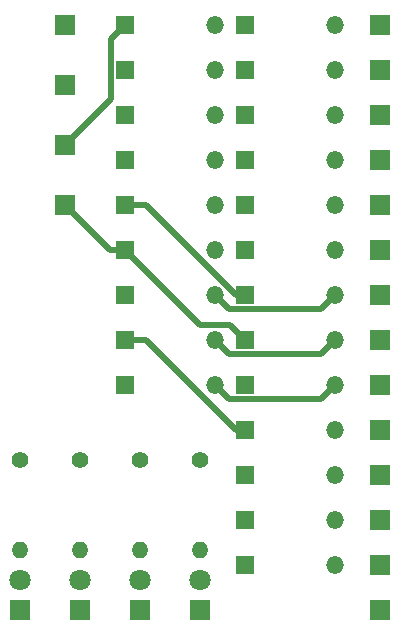
<source format=gbr>
%TF.GenerationSoftware,KiCad,Pcbnew,7.0.8*%
%TF.CreationDate,2023-10-14T14:00:05-07:00*%
%TF.ProjectId,alu_control,616c755f-636f-46e7-9472-6f6c2e6b6963,rev?*%
%TF.SameCoordinates,Original*%
%TF.FileFunction,Copper,L2,Bot*%
%TF.FilePolarity,Positive*%
%FSLAX46Y46*%
G04 Gerber Fmt 4.6, Leading zero omitted, Abs format (unit mm)*
G04 Created by KiCad (PCBNEW 7.0.8) date 2023-10-14 14:00:05*
%MOMM*%
%LPD*%
G01*
G04 APERTURE LIST*
%TA.AperFunction,ComponentPad*%
%ADD10R,1.500000X1.500000*%
%TD*%
%TA.AperFunction,ComponentPad*%
%ADD11O,1.500000X1.500000*%
%TD*%
%TA.AperFunction,ComponentPad*%
%ADD12R,1.700000X1.700000*%
%TD*%
%TA.AperFunction,ComponentPad*%
%ADD13C,1.400000*%
%TD*%
%TA.AperFunction,ComponentPad*%
%ADD14O,1.400000X1.400000*%
%TD*%
%TA.AperFunction,ComponentPad*%
%ADD15R,1.800000X1.800000*%
%TD*%
%TA.AperFunction,ComponentPad*%
%ADD16C,1.800000*%
%TD*%
%TA.AperFunction,Conductor*%
%ADD17C,0.500000*%
%TD*%
G04 APERTURE END LIST*
D10*
%TO.P,D16,1,K*%
%TO.N,Net-(D11-K)*%
X34925000Y-51435000D03*
D11*
%TO.P,D16,2,A*%
%TO.N,Net-(D16-A)*%
X42545000Y-51435000D03*
%TD*%
D10*
%TO.P,D22,1,K*%
%TO.N,Net-(D10-K)*%
X45085000Y-62865000D03*
D11*
%TO.P,D22,2,A*%
%TO.N,Net-(D22-A)*%
X52705000Y-62865000D03*
%TD*%
D12*
%TO.P,STO,1,Pin_1*%
%TO.N,Net-(D2-A)*%
X56515000Y-40005000D03*
%TD*%
D10*
%TO.P,D19,1,K*%
%TO.N,Net-(D13-K)*%
X45085000Y-55245000D03*
D11*
%TO.P,D19,2,A*%
%TO.N,Net-(D18-A)*%
X52705000Y-55245000D03*
%TD*%
D10*
%TO.P,D4,1,K*%
%TO.N,Net-(D1-K)*%
X45085000Y-47625000D03*
D11*
%TO.P,D4,2,A*%
%TO.N,Net-(D4-A)*%
X52705000Y-47625000D03*
%TD*%
D10*
%TO.P,D11,1,K*%
%TO.N,Net-(D11-K)*%
X34925000Y-40005000D03*
D11*
%TO.P,D11,2,A*%
%TO.N,Net-(D10-A)*%
X42545000Y-40005000D03*
%TD*%
D10*
%TO.P,D17,1,K*%
%TO.N,Net-(D12-K)*%
X45085000Y-51435000D03*
D11*
%TO.P,D17,2,A*%
%TO.N,Net-(D16-A)*%
X52705000Y-51435000D03*
%TD*%
D13*
%TO.P,1K,1*%
%TO.N,Net-(D12-K)*%
X36195000Y-65405000D03*
D14*
%TO.P,1K,2*%
%TO.N,Net-(D25-A)*%
X36195000Y-73025000D03*
%TD*%
D12*
%TO.P,NOP,1,Pin_1*%
%TO.N,Net-(D1-A)*%
X56515000Y-28575000D03*
%TD*%
%TO.P,GND,1,Pin_1*%
%TO.N,GND*%
X56515000Y-78105000D03*
%TD*%
%TO.P,01_BAR,1,Pin_1*%
%TO.N,Net-(D11-K)*%
X29845000Y-33655000D03*
%TD*%
D10*
%TO.P,D5,1,K*%
%TO.N,Net-(D1-K)*%
X45085000Y-66675000D03*
D11*
%TO.P,D5,2,A*%
%TO.N,Net-(D5-A)*%
X52705000Y-66675000D03*
%TD*%
D10*
%TO.P,D7,1,K*%
%TO.N,Net-(D1-K)*%
X45085000Y-74295000D03*
D11*
%TO.P,D7,2,A*%
%TO.N,Net-(D7-A)*%
X52705000Y-74295000D03*
%TD*%
D10*
%TO.P,D9,1,K*%
%TO.N,Net-(D12-K)*%
X34920000Y-28575000D03*
D11*
%TO.P,D9,2,A*%
%TO.N,Net-(D1-K)*%
X42540000Y-28575000D03*
%TD*%
D13*
%TO.P,1K,1*%
%TO.N,Net-(D10-K)*%
X26035000Y-65405000D03*
D14*
%TO.P,1K,2*%
%TO.N,Net-(D23-A)*%
X26035000Y-73025000D03*
%TD*%
D10*
%TO.P,D21,1,K*%
%TO.N,Net-(D12-K)*%
X34925000Y-59055000D03*
D11*
%TO.P,D21,2,A*%
%TO.N,Net-(AND1-Pin_1)*%
X42545000Y-59055000D03*
%TD*%
D12*
%TO.P,LD,1,Pin_1*%
%TO.N,Net-(D14-A)*%
X56515000Y-32385000D03*
%TD*%
%TO.P,00_BAR,1,Pin_1*%
%TO.N,Net-(D10-K)*%
X29845000Y-28575000D03*
%TD*%
%TO.P,OR,1,Pin_1*%
%TO.N,Net-(D22-A)*%
X56515000Y-62865000D03*
%TD*%
%TO.P,LDC,1,Pin_1*%
%TO.N,Net-(D15-A)*%
X56515000Y-36195000D03*
%TD*%
D10*
%TO.P,D13,1,K*%
%TO.N,Net-(D13-K)*%
X34925000Y-47625000D03*
D11*
%TO.P,D13,2,A*%
%TO.N,Net-(D12-A)*%
X42545000Y-47625000D03*
%TD*%
D10*
%TO.P,D12,1,K*%
%TO.N,Net-(D12-K)*%
X34920000Y-43815000D03*
D11*
%TO.P,D12,2,A*%
%TO.N,Net-(D12-A)*%
X42540000Y-43815000D03*
%TD*%
D10*
%TO.P,D8,1,K*%
%TO.N,Net-(D10-K)*%
X34925000Y-32385000D03*
D11*
%TO.P,D8,2,A*%
%TO.N,Net-(D1-K)*%
X42545000Y-32385000D03*
%TD*%
D10*
%TO.P,D20,1,K*%
%TO.N,Net-(D10-A)*%
X45085000Y-59055000D03*
D11*
%TO.P,D20,2,A*%
%TO.N,Net-(AND1-Pin_1)*%
X52705000Y-59055000D03*
%TD*%
D12*
%TO.P,XOR,1,Pin_1*%
%TO.N,Net-(D18-A)*%
X56515000Y-55245000D03*
%TD*%
D10*
%TO.P,D14,1,K*%
%TO.N,Net-(D10-A)*%
X45085000Y-32385000D03*
D11*
%TO.P,D14,2,A*%
%TO.N,Net-(D14-A)*%
X52705000Y-32385000D03*
%TD*%
D12*
%TO.P,JMP,1,Pin_1*%
%TO.N,Net-(D5-A)*%
X56515000Y-66675000D03*
%TD*%
D10*
%TO.P,D3,1,K*%
%TO.N,Net-(D1-K)*%
X45085000Y-43815000D03*
D11*
%TO.P,D3,2,A*%
%TO.N,Net-(D3-A)*%
X52705000Y-43815000D03*
%TD*%
D12*
%TO.P,10_BAR,1,Pin_1*%
%TO.N,Net-(D12-K)*%
X29845000Y-38735000D03*
%TD*%
D15*
%TO.P,D23,1,K*%
%TO.N,GND*%
X26035000Y-78105000D03*
D16*
%TO.P,D23,2,A*%
%TO.N,Net-(D23-A)*%
X26035000Y-75565000D03*
%TD*%
D10*
%TO.P,D15,1,K*%
%TO.N,Net-(D12-A)*%
X45085000Y-36195000D03*
D11*
%TO.P,D15,2,A*%
%TO.N,Net-(D15-A)*%
X52705000Y-36195000D03*
%TD*%
D15*
%TO.P,D26,1,K*%
%TO.N,GND*%
X41275000Y-78105000D03*
D16*
%TO.P,D26,2,A*%
%TO.N,Net-(D26-A)*%
X41275000Y-75565000D03*
%TD*%
D10*
%TO.P,D10,1,K*%
%TO.N,Net-(D10-K)*%
X34920000Y-36195000D03*
D11*
%TO.P,D10,2,A*%
%TO.N,Net-(D10-A)*%
X42540000Y-36195000D03*
%TD*%
D12*
%TO.P,RET,1,Pin_1*%
%TO.N,Net-(D7-A)*%
X56515000Y-74295000D03*
%TD*%
%TO.P,11_BAR,1,Pin_1*%
%TO.N,Net-(D13-K)*%
X29845000Y-43815000D03*
%TD*%
D10*
%TO.P,D6,1,K*%
%TO.N,Net-(D1-K)*%
X45085000Y-70485000D03*
D11*
%TO.P,D6,2,A*%
%TO.N,Net-(D6-A)*%
X52705000Y-70485000D03*
%TD*%
D10*
%TO.P,D18,1,K*%
%TO.N,Net-(D10-K)*%
X34925000Y-55245000D03*
D11*
%TO.P,D18,2,A*%
%TO.N,Net-(D18-A)*%
X42545000Y-55245000D03*
%TD*%
D10*
%TO.P,D2,1,K*%
%TO.N,Net-(D1-K)*%
X45085000Y-40005000D03*
D11*
%TO.P,D2,2,A*%
%TO.N,Net-(D2-A)*%
X52705000Y-40005000D03*
%TD*%
D12*
%TO.P,XNOR,1,Pin_1*%
%TO.N,Net-(D16-A)*%
X56515000Y-51435000D03*
%TD*%
D10*
%TO.P,D1,1,K*%
%TO.N,Net-(D1-K)*%
X45080000Y-28575000D03*
D11*
%TO.P,D1,2,A*%
%TO.N,Net-(D1-A)*%
X52700000Y-28575000D03*
%TD*%
D12*
%TO.P,OEN,1,Pin_1*%
%TO.N,Net-(D4-A)*%
X56515000Y-47625000D03*
%TD*%
D15*
%TO.P,D25,1,K*%
%TO.N,GND*%
X36195000Y-78105000D03*
D16*
%TO.P,D25,2,A*%
%TO.N,Net-(D25-A)*%
X36195000Y-75565000D03*
%TD*%
D12*
%TO.P,AND,1,Pin_1*%
%TO.N,Net-(AND1-Pin_1)*%
X56515000Y-59055000D03*
%TD*%
%TO.P,SKZ,1,Pin_1*%
%TO.N,Net-(D6-A)*%
X56515000Y-70485000D03*
%TD*%
D13*
%TO.P,1K,1*%
%TO.N,Net-(D11-K)*%
X31115000Y-65405000D03*
D14*
%TO.P,1K,2*%
%TO.N,Net-(D24-A)*%
X31115000Y-73025000D03*
%TD*%
D15*
%TO.P,D24,1,K*%
%TO.N,GND*%
X31115000Y-78105000D03*
D16*
%TO.P,D24,2,A*%
%TO.N,Net-(D24-A)*%
X31115000Y-75565000D03*
%TD*%
D13*
%TO.P,1K,1*%
%TO.N,Net-(D13-K)*%
X41275000Y-65405000D03*
D14*
%TO.P,1K,2*%
%TO.N,Net-(D26-A)*%
X41275000Y-73025000D03*
%TD*%
D12*
%TO.P,STOC,1,Pin_1*%
%TO.N,Net-(D3-A)*%
X56515000Y-43815000D03*
%TD*%
D17*
%TO.N,Net-(AND1-Pin_1)*%
X43745000Y-60255000D02*
X42545000Y-59055000D01*
X51505000Y-60255000D02*
X43745000Y-60255000D01*
X52705000Y-59055000D02*
X51505000Y-60255000D01*
%TO.N,Net-(D10-K)*%
X44335000Y-62865000D02*
X36715000Y-55245000D01*
X36715000Y-55245000D02*
X34925000Y-55245000D01*
X45085000Y-62865000D02*
X44335000Y-62865000D01*
%TO.N,Net-(D12-K)*%
X33725000Y-34855000D02*
X29845000Y-38735000D01*
X45085000Y-51435000D02*
X44335000Y-51435000D01*
X33725000Y-29770000D02*
X33725000Y-34855000D01*
X36715000Y-43815000D02*
X34920000Y-43815000D01*
X34920000Y-28575000D02*
X33725000Y-29770000D01*
X44335000Y-51435000D02*
X36715000Y-43815000D01*
%TO.N,Net-(D13-K)*%
X41275000Y-53975000D02*
X34925000Y-47625000D01*
X34925000Y-47625000D02*
X33655000Y-47625000D01*
X45085000Y-55245000D02*
X43815000Y-53975000D01*
X33655000Y-47625000D02*
X29845000Y-43815000D01*
X45085000Y-55245000D02*
X44664612Y-55245000D01*
X43815000Y-53975000D02*
X41275000Y-53975000D01*
%TO.N,Net-(D16-A)*%
X52705000Y-51435000D02*
X51505000Y-52635000D01*
X43745000Y-52635000D02*
X42545000Y-51435000D01*
X51505000Y-52635000D02*
X43745000Y-52635000D01*
%TO.N,Net-(D18-A)*%
X43745000Y-56445000D02*
X42545000Y-55245000D01*
X51505000Y-56445000D02*
X43745000Y-56445000D01*
X52705000Y-55245000D02*
X51505000Y-56445000D01*
%TD*%
M02*

</source>
